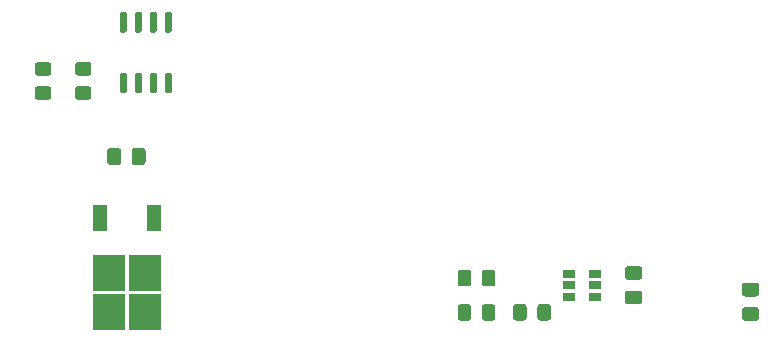
<source format=gtp>
G04 #@! TF.GenerationSoftware,KiCad,Pcbnew,(5.1.10)-1*
G04 #@! TF.CreationDate,2022-01-19T22:21:47+01:00*
G04 #@! TF.ProjectId,ELFlatPanel,454c466c-6174-4506-916e-656c2e6b6963,3.0*
G04 #@! TF.SameCoordinates,Original*
G04 #@! TF.FileFunction,Paste,Top*
G04 #@! TF.FilePolarity,Positive*
%FSLAX46Y46*%
G04 Gerber Fmt 4.6, Leading zero omitted, Abs format (unit mm)*
G04 Created by KiCad (PCBNEW (5.1.10)-1) date 2022-01-19 22:21:47*
%MOMM*%
%LPD*%
G01*
G04 APERTURE LIST*
%ADD10R,1.200000X2.200000*%
%ADD11R,2.750000X3.050000*%
%ADD12R,1.060000X0.650000*%
G04 APERTURE END LIST*
G36*
G01*
X160075000Y-115025000D02*
X159125000Y-115025000D01*
G75*
G02*
X158875000Y-114775000I0J250000D01*
G01*
X158875000Y-114100000D01*
G75*
G02*
X159125000Y-113850000I250000J0D01*
G01*
X160075000Y-113850000D01*
G75*
G02*
X160325000Y-114100000I0J-250000D01*
G01*
X160325000Y-114775000D01*
G75*
G02*
X160075000Y-115025000I-250000J0D01*
G01*
G37*
G36*
G01*
X160075000Y-112950000D02*
X159125000Y-112950000D01*
G75*
G02*
X158875000Y-112700000I0J250000D01*
G01*
X158875000Y-112025000D01*
G75*
G02*
X159125000Y-111775000I250000J0D01*
G01*
X160075000Y-111775000D01*
G75*
G02*
X160325000Y-112025000I0J-250000D01*
G01*
X160325000Y-112700000D01*
G75*
G02*
X160075000Y-112950000I-250000J0D01*
G01*
G37*
G36*
G01*
X150175000Y-111550000D02*
X149225000Y-111550000D01*
G75*
G02*
X148975000Y-111300000I0J250000D01*
G01*
X148975000Y-110625000D01*
G75*
G02*
X149225000Y-110375000I250000J0D01*
G01*
X150175000Y-110375000D01*
G75*
G02*
X150425000Y-110625000I0J-250000D01*
G01*
X150425000Y-111300000D01*
G75*
G02*
X150175000Y-111550000I-250000J0D01*
G01*
G37*
G36*
G01*
X150175000Y-113625000D02*
X149225000Y-113625000D01*
G75*
G02*
X148975000Y-113375000I0J250000D01*
G01*
X148975000Y-112700000D01*
G75*
G02*
X149225000Y-112450000I250000J0D01*
G01*
X150175000Y-112450000D01*
G75*
G02*
X150425000Y-112700000I0J-250000D01*
G01*
X150425000Y-113375000D01*
G75*
G02*
X150175000Y-113625000I-250000J0D01*
G01*
G37*
D10*
X109080000Y-106300000D03*
X104520000Y-106300000D03*
D11*
X105275000Y-114275000D03*
X108325000Y-110925000D03*
X108325000Y-114275000D03*
X105275000Y-110925000D03*
G36*
G01*
X100150001Y-96300000D02*
X99249999Y-96300000D01*
G75*
G02*
X99000000Y-96050001I0J249999D01*
G01*
X99000000Y-95399999D01*
G75*
G02*
X99249999Y-95150000I249999J0D01*
G01*
X100150001Y-95150000D01*
G75*
G02*
X100400000Y-95399999I0J-249999D01*
G01*
X100400000Y-96050001D01*
G75*
G02*
X100150001Y-96300000I-249999J0D01*
G01*
G37*
G36*
G01*
X100150001Y-94250000D02*
X99249999Y-94250000D01*
G75*
G02*
X99000000Y-94000001I0J249999D01*
G01*
X99000000Y-93349999D01*
G75*
G02*
X99249999Y-93100000I249999J0D01*
G01*
X100150001Y-93100000D01*
G75*
G02*
X100400000Y-93349999I0J-249999D01*
G01*
X100400000Y-94000001D01*
G75*
G02*
X100150001Y-94250000I-249999J0D01*
G01*
G37*
G36*
G01*
X102649999Y-93100000D02*
X103550001Y-93100000D01*
G75*
G02*
X103800000Y-93349999I0J-249999D01*
G01*
X103800000Y-94000001D01*
G75*
G02*
X103550001Y-94250000I-249999J0D01*
G01*
X102649999Y-94250000D01*
G75*
G02*
X102400000Y-94000001I0J249999D01*
G01*
X102400000Y-93349999D01*
G75*
G02*
X102649999Y-93100000I249999J0D01*
G01*
G37*
G36*
G01*
X102649999Y-95150000D02*
X103550001Y-95150000D01*
G75*
G02*
X103800000Y-95399999I0J-249999D01*
G01*
X103800000Y-96050001D01*
G75*
G02*
X103550001Y-96300000I-249999J0D01*
G01*
X102649999Y-96300000D01*
G75*
G02*
X102400000Y-96050001I0J249999D01*
G01*
X102400000Y-95399999D01*
G75*
G02*
X102649999Y-95150000I249999J0D01*
G01*
G37*
G36*
G01*
X138000000Y-110949999D02*
X138000000Y-111850001D01*
G75*
G02*
X137750001Y-112100000I-249999J0D01*
G01*
X137099999Y-112100000D01*
G75*
G02*
X136850000Y-111850001I0J249999D01*
G01*
X136850000Y-110949999D01*
G75*
G02*
X137099999Y-110700000I249999J0D01*
G01*
X137750001Y-110700000D01*
G75*
G02*
X138000000Y-110949999I0J-249999D01*
G01*
G37*
G36*
G01*
X135950000Y-110949999D02*
X135950000Y-111850001D01*
G75*
G02*
X135700001Y-112100000I-249999J0D01*
G01*
X135049999Y-112100000D01*
G75*
G02*
X134800000Y-111850001I0J249999D01*
G01*
X134800000Y-110949999D01*
G75*
G02*
X135049999Y-110700000I249999J0D01*
G01*
X135700001Y-110700000D01*
G75*
G02*
X135950000Y-110949999I0J-249999D01*
G01*
G37*
G36*
G01*
X136850000Y-114750001D02*
X136850000Y-113849999D01*
G75*
G02*
X137099999Y-113600000I249999J0D01*
G01*
X137750001Y-113600000D01*
G75*
G02*
X138000000Y-113849999I0J-249999D01*
G01*
X138000000Y-114750001D01*
G75*
G02*
X137750001Y-115000000I-249999J0D01*
G01*
X137099999Y-115000000D01*
G75*
G02*
X136850000Y-114750001I0J249999D01*
G01*
G37*
G36*
G01*
X134800000Y-114750001D02*
X134800000Y-113849999D01*
G75*
G02*
X135049999Y-113600000I249999J0D01*
G01*
X135700001Y-113600000D01*
G75*
G02*
X135950000Y-113849999I0J-249999D01*
G01*
X135950000Y-114750001D01*
G75*
G02*
X135700001Y-115000000I-249999J0D01*
G01*
X135049999Y-115000000D01*
G75*
G02*
X134800000Y-114750001I0J249999D01*
G01*
G37*
G36*
G01*
X140650000Y-113849999D02*
X140650000Y-114750001D01*
G75*
G02*
X140400001Y-115000000I-249999J0D01*
G01*
X139749999Y-115000000D01*
G75*
G02*
X139500000Y-114750001I0J249999D01*
G01*
X139500000Y-113849999D01*
G75*
G02*
X139749999Y-113600000I249999J0D01*
G01*
X140400001Y-113600000D01*
G75*
G02*
X140650000Y-113849999I0J-249999D01*
G01*
G37*
G36*
G01*
X142700000Y-113849999D02*
X142700000Y-114750001D01*
G75*
G02*
X142450001Y-115000000I-249999J0D01*
G01*
X141799999Y-115000000D01*
G75*
G02*
X141550000Y-114750001I0J249999D01*
G01*
X141550000Y-113849999D01*
G75*
G02*
X141799999Y-113600000I249999J0D01*
G01*
X142450001Y-113600000D01*
G75*
G02*
X142700000Y-113849999I0J-249999D01*
G01*
G37*
D12*
X146400000Y-112950000D03*
X146400000Y-112000000D03*
X146400000Y-111050000D03*
X144200000Y-111050000D03*
X144200000Y-112950000D03*
X144200000Y-112000000D03*
G36*
G01*
X106645000Y-95750000D02*
X106345000Y-95750000D01*
G75*
G02*
X106195000Y-95600000I0J150000D01*
G01*
X106195000Y-94150000D01*
G75*
G02*
X106345000Y-94000000I150000J0D01*
G01*
X106645000Y-94000000D01*
G75*
G02*
X106795000Y-94150000I0J-150000D01*
G01*
X106795000Y-95600000D01*
G75*
G02*
X106645000Y-95750000I-150000J0D01*
G01*
G37*
G36*
G01*
X107915000Y-95750000D02*
X107615000Y-95750000D01*
G75*
G02*
X107465000Y-95600000I0J150000D01*
G01*
X107465000Y-94150000D01*
G75*
G02*
X107615000Y-94000000I150000J0D01*
G01*
X107915000Y-94000000D01*
G75*
G02*
X108065000Y-94150000I0J-150000D01*
G01*
X108065000Y-95600000D01*
G75*
G02*
X107915000Y-95750000I-150000J0D01*
G01*
G37*
G36*
G01*
X109185000Y-95750000D02*
X108885000Y-95750000D01*
G75*
G02*
X108735000Y-95600000I0J150000D01*
G01*
X108735000Y-94150000D01*
G75*
G02*
X108885000Y-94000000I150000J0D01*
G01*
X109185000Y-94000000D01*
G75*
G02*
X109335000Y-94150000I0J-150000D01*
G01*
X109335000Y-95600000D01*
G75*
G02*
X109185000Y-95750000I-150000J0D01*
G01*
G37*
G36*
G01*
X110455000Y-95750000D02*
X110155000Y-95750000D01*
G75*
G02*
X110005000Y-95600000I0J150000D01*
G01*
X110005000Y-94150000D01*
G75*
G02*
X110155000Y-94000000I150000J0D01*
G01*
X110455000Y-94000000D01*
G75*
G02*
X110605000Y-94150000I0J-150000D01*
G01*
X110605000Y-95600000D01*
G75*
G02*
X110455000Y-95750000I-150000J0D01*
G01*
G37*
G36*
G01*
X110455000Y-90600000D02*
X110155000Y-90600000D01*
G75*
G02*
X110005000Y-90450000I0J150000D01*
G01*
X110005000Y-89000000D01*
G75*
G02*
X110155000Y-88850000I150000J0D01*
G01*
X110455000Y-88850000D01*
G75*
G02*
X110605000Y-89000000I0J-150000D01*
G01*
X110605000Y-90450000D01*
G75*
G02*
X110455000Y-90600000I-150000J0D01*
G01*
G37*
G36*
G01*
X109185000Y-90600000D02*
X108885000Y-90600000D01*
G75*
G02*
X108735000Y-90450000I0J150000D01*
G01*
X108735000Y-89000000D01*
G75*
G02*
X108885000Y-88850000I150000J0D01*
G01*
X109185000Y-88850000D01*
G75*
G02*
X109335000Y-89000000I0J-150000D01*
G01*
X109335000Y-90450000D01*
G75*
G02*
X109185000Y-90600000I-150000J0D01*
G01*
G37*
G36*
G01*
X107915000Y-90600000D02*
X107615000Y-90600000D01*
G75*
G02*
X107465000Y-90450000I0J150000D01*
G01*
X107465000Y-89000000D01*
G75*
G02*
X107615000Y-88850000I150000J0D01*
G01*
X107915000Y-88850000D01*
G75*
G02*
X108065000Y-89000000I0J-150000D01*
G01*
X108065000Y-90450000D01*
G75*
G02*
X107915000Y-90600000I-150000J0D01*
G01*
G37*
G36*
G01*
X106645000Y-90600000D02*
X106345000Y-90600000D01*
G75*
G02*
X106195000Y-90450000I0J150000D01*
G01*
X106195000Y-89000000D01*
G75*
G02*
X106345000Y-88850000I150000J0D01*
G01*
X106645000Y-88850000D01*
G75*
G02*
X106795000Y-89000000I0J-150000D01*
G01*
X106795000Y-90450000D01*
G75*
G02*
X106645000Y-90600000I-150000J0D01*
G01*
G37*
G36*
G01*
X107212500Y-101575000D02*
X107212500Y-100625000D01*
G75*
G02*
X107462500Y-100375000I250000J0D01*
G01*
X108137500Y-100375000D01*
G75*
G02*
X108387500Y-100625000I0J-250000D01*
G01*
X108387500Y-101575000D01*
G75*
G02*
X108137500Y-101825000I-250000J0D01*
G01*
X107462500Y-101825000D01*
G75*
G02*
X107212500Y-101575000I0J250000D01*
G01*
G37*
G36*
G01*
X105137500Y-101575000D02*
X105137500Y-100625000D01*
G75*
G02*
X105387500Y-100375000I250000J0D01*
G01*
X106062500Y-100375000D01*
G75*
G02*
X106312500Y-100625000I0J-250000D01*
G01*
X106312500Y-101575000D01*
G75*
G02*
X106062500Y-101825000I-250000J0D01*
G01*
X105387500Y-101825000D01*
G75*
G02*
X105137500Y-101575000I0J250000D01*
G01*
G37*
M02*

</source>
